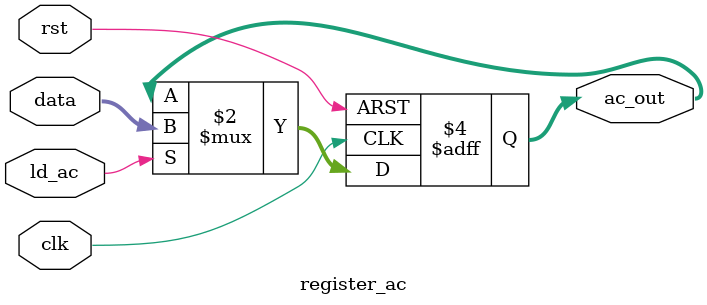
<source format=v>
module register_ac (
    input wire clk,
    input wire rst,
    input wire ld_ac,
    input wire [7:0] data,
    output reg [7:0] ac_out
);

    always @(posedge clk or posedge rst) begin
        if (rst)
            ac_out <= 8'b0;
        else if (ld_ac)
            ac_out <= data;
    end

endmodule

</source>
